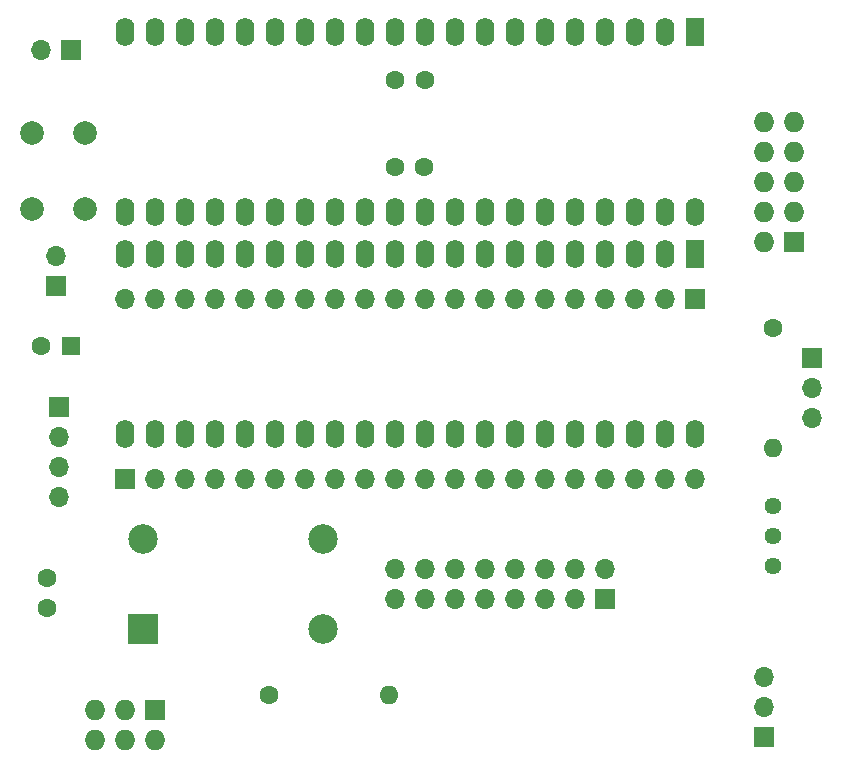
<source format=gts>
%TF.GenerationSoftware,KiCad,Pcbnew,5.1.9+dfsg1-1*%
%TF.CreationDate,2021-08-26T00:34:26+02:00*%
%TF.ProjectId,1541-rebuild,31353431-2d72-4656-9275-696c642e6b69,1.4.2*%
%TF.SameCoordinates,Original*%
%TF.FileFunction,Soldermask,Top*%
%TF.FilePolarity,Negative*%
%FSLAX46Y46*%
G04 Gerber Fmt 4.6, Leading zero omitted, Abs format (unit mm)*
G04 Created by KiCad (PCBNEW 5.1.9+dfsg1-1) date 2021-08-26 00:34:26*
%MOMM*%
%LPD*%
G01*
G04 APERTURE LIST*
%ADD10C,1.600000*%
%ADD11R,1.600000X1.600000*%
%ADD12C,2.000000*%
%ADD13O,1.600000X2.400000*%
%ADD14R,1.600000X2.400000*%
%ADD15O,1.700000X1.700000*%
%ADD16R,1.700000X1.700000*%
%ADD17R,1.727200X1.727200*%
%ADD18O,1.727200X1.727200*%
%ADD19O,1.600000X1.600000*%
%ADD20C,1.440000*%
%ADD21R,2.500000X2.500000*%
%ADD22C,2.500000*%
G04 APERTURE END LIST*
D10*
X112054000Y-102489000D03*
D11*
X114554000Y-102489000D03*
D12*
X115752000Y-90932000D03*
X111252000Y-90932000D03*
X115752000Y-84432000D03*
X111252000Y-84432000D03*
D13*
X167386000Y-91186000D03*
X119126000Y-75946000D03*
X164846000Y-91186000D03*
X121666000Y-75946000D03*
X162306000Y-91186000D03*
X124206000Y-75946000D03*
X159766000Y-91186000D03*
X126746000Y-75946000D03*
X157226000Y-91186000D03*
X129286000Y-75946000D03*
X154686000Y-91186000D03*
X131826000Y-75946000D03*
X152146000Y-91186000D03*
X134366000Y-75946000D03*
X149606000Y-91186000D03*
X136906000Y-75946000D03*
X147066000Y-91186000D03*
X139446000Y-75946000D03*
X144526000Y-91186000D03*
X141986000Y-75946000D03*
X141986000Y-91186000D03*
X144526000Y-75946000D03*
X139446000Y-91186000D03*
X147066000Y-75946000D03*
X136906000Y-91186000D03*
X149606000Y-75946000D03*
X134366000Y-91186000D03*
X152146000Y-75946000D03*
X131826000Y-91186000D03*
X154686000Y-75946000D03*
X129286000Y-91186000D03*
X157226000Y-75946000D03*
X126746000Y-91186000D03*
X159766000Y-75946000D03*
X124206000Y-91186000D03*
X162306000Y-75946000D03*
X121666000Y-91186000D03*
X164846000Y-75946000D03*
X119126000Y-91186000D03*
D14*
X167386000Y-75946000D03*
D15*
X177292000Y-108585000D03*
X177292000Y-106045000D03*
D16*
X177292000Y-103505000D03*
D15*
X173228000Y-130556000D03*
X173228000Y-133096000D03*
D16*
X173228000Y-135636000D03*
D10*
X142026000Y-80010000D03*
X144526000Y-80010000D03*
X112522000Y-124674000D03*
X112522000Y-122174000D03*
X144486000Y-87376000D03*
X141986000Y-87376000D03*
D15*
X141986000Y-121412000D03*
X141986000Y-123952000D03*
X144526000Y-121412000D03*
X144526000Y-123952000D03*
X147066000Y-121412000D03*
X147066000Y-123952000D03*
X149606000Y-121412000D03*
X149606000Y-123952000D03*
X152146000Y-121412000D03*
X152146000Y-123952000D03*
X154686000Y-121412000D03*
X154686000Y-123952000D03*
X157226000Y-121412000D03*
X157226000Y-123952000D03*
X159766000Y-121412000D03*
D16*
X159766000Y-123952000D03*
D17*
X175768000Y-93726000D03*
D18*
X173228000Y-93726000D03*
X175768000Y-91186000D03*
X173228000Y-91186000D03*
X175768000Y-88646000D03*
X173228000Y-88646000D03*
X175768000Y-86106000D03*
X173228000Y-86106000D03*
X175768000Y-83566000D03*
X173228000Y-83566000D03*
D14*
X167386000Y-94742000D03*
D13*
X119126000Y-109982000D03*
X164846000Y-94742000D03*
X121666000Y-109982000D03*
X162306000Y-94742000D03*
X124206000Y-109982000D03*
X159766000Y-94742000D03*
X126746000Y-109982000D03*
X157226000Y-94742000D03*
X129286000Y-109982000D03*
X154686000Y-94742000D03*
X131826000Y-109982000D03*
X152146000Y-94742000D03*
X134366000Y-109982000D03*
X149606000Y-94742000D03*
X136906000Y-109982000D03*
X147066000Y-94742000D03*
X139446000Y-109982000D03*
X144526000Y-94742000D03*
X141986000Y-109982000D03*
X141986000Y-94742000D03*
X144526000Y-109982000D03*
X139446000Y-94742000D03*
X147066000Y-109982000D03*
X136906000Y-94742000D03*
X149606000Y-109982000D03*
X134366000Y-94742000D03*
X152146000Y-109982000D03*
X131826000Y-94742000D03*
X154686000Y-109982000D03*
X129286000Y-94742000D03*
X157226000Y-109982000D03*
X126746000Y-94742000D03*
X159766000Y-109982000D03*
X124206000Y-94742000D03*
X162306000Y-109982000D03*
X121666000Y-94742000D03*
X164846000Y-109982000D03*
X119126000Y-94742000D03*
X167386000Y-109982000D03*
D17*
X121666000Y-133350000D03*
D18*
X121666000Y-135890000D03*
X119126000Y-133350000D03*
X119126000Y-135890000D03*
X116586000Y-133350000D03*
X116586000Y-135890000D03*
D16*
X113538000Y-107696000D03*
D15*
X113538000Y-110236000D03*
X113538000Y-112776000D03*
X113538000Y-115316000D03*
X112014000Y-77470000D03*
D16*
X114554000Y-77470000D03*
X113284000Y-97409000D03*
D15*
X113284000Y-94869000D03*
X119126000Y-98552000D03*
X121666000Y-98552000D03*
X124206000Y-98552000D03*
X126746000Y-98552000D03*
X129286000Y-98552000D03*
X131826000Y-98552000D03*
X134366000Y-98552000D03*
X136906000Y-98552000D03*
X139446000Y-98552000D03*
X141986000Y-98552000D03*
X144526000Y-98552000D03*
X147066000Y-98552000D03*
X149606000Y-98552000D03*
X152146000Y-98552000D03*
X154686000Y-98552000D03*
X157226000Y-98552000D03*
X159766000Y-98552000D03*
X162306000Y-98552000D03*
X164846000Y-98552000D03*
D16*
X167386000Y-98552000D03*
X119126000Y-113792000D03*
D15*
X121666000Y-113792000D03*
X124206000Y-113792000D03*
X126746000Y-113792000D03*
X129286000Y-113792000D03*
X131826000Y-113792000D03*
X134366000Y-113792000D03*
X136906000Y-113792000D03*
X139446000Y-113792000D03*
X141986000Y-113792000D03*
X144526000Y-113792000D03*
X147066000Y-113792000D03*
X149606000Y-113792000D03*
X152146000Y-113792000D03*
X154686000Y-113792000D03*
X157226000Y-113792000D03*
X159766000Y-113792000D03*
X162306000Y-113792000D03*
X164846000Y-113792000D03*
X167386000Y-113792000D03*
D10*
X131318000Y-132080000D03*
D19*
X141478000Y-132080000D03*
X173990000Y-111125000D03*
D10*
X173990000Y-100965000D03*
D20*
X173990000Y-121158000D03*
X173990000Y-118618000D03*
X173990000Y-116078000D03*
D21*
X120650000Y-126492000D03*
D22*
X120650000Y-118872000D03*
X135890000Y-118872000D03*
X135890000Y-126492000D03*
M02*

</source>
